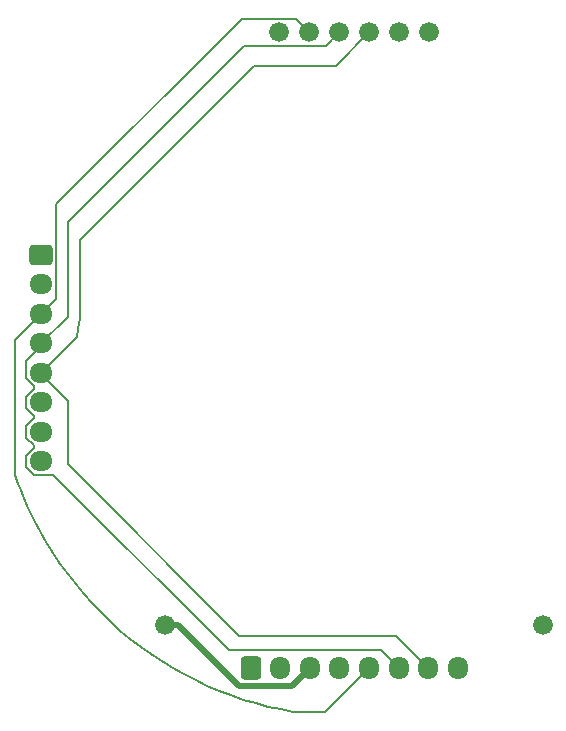
<source format=gbr>
%TF.GenerationSoftware,KiCad,Pcbnew,8.0.8*%
%TF.CreationDate,2025-03-04T17:09:11-05:00*%
%TF.ProjectId,board_C,626f6172-645f-4432-9e6b-696361645f70,rev?*%
%TF.SameCoordinates,Original*%
%TF.FileFunction,Copper,L1,Top*%
%TF.FilePolarity,Positive*%
%FSLAX46Y46*%
G04 Gerber Fmt 4.6, Leading zero omitted, Abs format (unit mm)*
G04 Created by KiCad (PCBNEW 8.0.8) date 2025-03-04 17:09:11*
%MOMM*%
%LPD*%
G01*
G04 APERTURE LIST*
G04 Aperture macros list*
%AMRoundRect*
0 Rectangle with rounded corners*
0 $1 Rounding radius*
0 $2 $3 $4 $5 $6 $7 $8 $9 X,Y pos of 4 corners*
0 Add a 4 corners polygon primitive as box body*
4,1,4,$2,$3,$4,$5,$6,$7,$8,$9,$2,$3,0*
0 Add four circle primitives for the rounded corners*
1,1,$1+$1,$2,$3*
1,1,$1+$1,$4,$5*
1,1,$1+$1,$6,$7*
1,1,$1+$1,$8,$9*
0 Add four rect primitives between the rounded corners*
20,1,$1+$1,$2,$3,$4,$5,0*
20,1,$1+$1,$4,$5,$6,$7,0*
20,1,$1+$1,$6,$7,$8,$9,0*
20,1,$1+$1,$8,$9,$2,$3,0*%
G04 Aperture macros list end*
%TA.AperFunction,ComponentPad*%
%ADD10RoundRect,0.250000X-0.725000X0.600000X-0.725000X-0.600000X0.725000X-0.600000X0.725000X0.600000X0*%
%TD*%
%TA.AperFunction,ComponentPad*%
%ADD11O,1.950000X1.700000*%
%TD*%
%TA.AperFunction,ComponentPad*%
%ADD12C,1.676400*%
%TD*%
%TA.AperFunction,ComponentPad*%
%ADD13RoundRect,0.250000X-0.600000X-0.725000X0.600000X-0.725000X0.600000X0.725000X-0.600000X0.725000X0*%
%TD*%
%TA.AperFunction,ComponentPad*%
%ADD14O,1.700000X1.950000*%
%TD*%
%TA.AperFunction,Conductor*%
%ADD15C,0.500000*%
%TD*%
%TA.AperFunction,Conductor*%
%ADD16C,0.200000*%
%TD*%
G04 APERTURE END LIST*
D10*
%TO.P,J7,1,Pin_1*%
%TO.N,unconnected-(J7-Pin_1-Pad1)*%
X121995259Y-42247629D03*
D11*
%TO.P,J7,2,Pin_2*%
%TO.N,/RightSpeakerAndMic/3V3_SPK*%
X121995259Y-44747629D03*
%TO.P,J7,3,Pin_3*%
%TO.N,/RightSpeakerAndMic/LRCLK*%
X121995259Y-47247629D03*
%TO.P,J7,4,Pin_4*%
%TO.N,/RightSpeakerAndMic/DOUT*%
X121995259Y-49747629D03*
%TO.P,J7,5,Pin_5*%
%TO.N,/RightSpeakerAndMic/BCLK*%
X121995259Y-52247629D03*
%TO.P,J7,6,Pin_6*%
%TO.N,/RightSpeakerAndMic/GND_SPK*%
X121995259Y-54747629D03*
%TO.P,J7,7,Pin_7*%
%TO.N,/RightSpeakerAndMic/3V3_SPK*%
X121995259Y-57247629D03*
%TO.P,J7,8,Pin_8*%
%TO.N,unconnected-(J7-Pin_8-Pad8)*%
X121995259Y-59747629D03*
%TD*%
D12*
%TO.P,U8,1,SEL*%
%TO.N,/RightSpeakerAndMic/GND_SPK*%
X142155328Y-23415908D03*
%TO.P,U8,2,LRCLK*%
%TO.N,/RightSpeakerAndMic/LRCLK*%
X144695328Y-23415908D03*
%TO.P,U8,3,DOUT*%
%TO.N,/RightSpeakerAndMic/DOUT*%
X147235328Y-23415908D03*
%TO.P,U8,4,BCLK*%
%TO.N,/RightSpeakerAndMic/BCLK*%
X149775328Y-23415908D03*
%TO.P,U8,5,GND*%
%TO.N,/RightSpeakerAndMic/GND_SPK*%
X152315328Y-23415908D03*
%TO.P,U8,6,3V*%
%TO.N,/RightSpeakerAndMic/3V3_SPK*%
X154855328Y-23415908D03*
%TD*%
D13*
%TO.P,J5,1,Pin_1*%
%TO.N,/RightSpeakerAndMic/3V3_SPK*%
X139745259Y-77247629D03*
D14*
%TO.P,J5,2,Pin_2*%
%TO.N,/RightSpeakerAndMic/GND_SPK*%
X142245259Y-77247629D03*
%TO.P,J5,3,Pin_3*%
%TO.N,/RightSpeakerAndMic/Spk-*%
X144745259Y-77247629D03*
%TO.P,J5,4,Pin_4*%
%TO.N,/RightSpeakerAndMic/Spk+*%
X147245259Y-77247629D03*
%TO.P,J5,5,Pin_5*%
%TO.N,/RightSpeakerAndMic/LRCLK*%
X149745259Y-77247629D03*
%TO.P,J5,6,Pin_6*%
%TO.N,/RightSpeakerAndMic/DOUT*%
X152245259Y-77247629D03*
%TO.P,J5,7,Pin_7*%
%TO.N,/RightSpeakerAndMic/BCLK*%
X154745259Y-77247629D03*
%TO.P,J5,8,Pin_8*%
%TO.N,/RightSpeakerAndMic/GND_SPK*%
X157245259Y-77247629D03*
%TD*%
D12*
%TO.P,LS1,1,1*%
%TO.N,/RightSpeakerAndMic/Spk-*%
X132495259Y-73597629D03*
%TO.P,LS1,2,2*%
%TO.N,/RightSpeakerAndMic/Spk+*%
X164495259Y-73597629D03*
%TD*%
D15*
%TO.N,/RightSpeakerAndMic/Spk-*%
X143245259Y-78747629D02*
X144745259Y-77247629D01*
X138745259Y-78747629D02*
X143245259Y-78747629D01*
X132495259Y-73597629D02*
X133595259Y-73597629D01*
X133595259Y-73597629D02*
X138745259Y-78747629D01*
D16*
%TO.N,/RightSpeakerAndMic/LRCLK*%
X119745259Y-49497629D02*
X121995259Y-47247629D01*
X143619682Y-80997629D02*
X143336283Y-80954046D01*
X143336283Y-80954046D02*
X142264255Y-80749546D01*
X122977121Y-67515092D02*
X122400642Y-66588424D01*
X133139315Y-77231136D02*
X132207516Y-76663002D01*
X124227928Y-69303328D02*
X123586478Y-68420447D01*
X131296716Y-76061788D02*
X130408106Y-75428282D01*
X122400642Y-66588424D02*
X121857814Y-65641687D01*
X120437898Y-62693202D02*
X120245259Y-62206652D01*
X128701904Y-74067632D02*
X127886547Y-73342269D01*
X123586478Y-68420447D02*
X122977121Y-67515092D01*
X141200326Y-80506711D02*
X140145750Y-80225829D01*
X132207516Y-76663002D02*
X131296716Y-76061788D01*
X121857814Y-65641687D02*
X121349317Y-64676071D01*
X120245259Y-62206652D02*
X120036150Y-61678504D01*
X120875811Y-63692825D02*
X120437898Y-62693202D01*
X125603836Y-70997247D02*
X124900700Y-70162669D01*
X129542785Y-74763270D02*
X128701904Y-74067632D01*
X135061049Y-78265265D02*
X134090877Y-77765440D01*
X120036150Y-61678504D02*
X119745259Y-60859001D01*
X144695328Y-23415908D02*
X144663538Y-23415908D01*
X137551612Y-79351481D02*
X137051996Y-79158838D01*
X123270259Y-45972629D02*
X121995259Y-47247629D01*
X143525338Y-22277708D02*
X138965180Y-22277708D01*
X123270259Y-37972629D02*
X123270259Y-45972629D01*
X124900700Y-70162669D02*
X124227928Y-69303328D01*
X144663538Y-23415908D02*
X143525338Y-22277708D01*
X138070256Y-79551461D02*
X137551612Y-79351481D01*
X119745259Y-60859001D02*
X119745259Y-49497629D01*
X127886547Y-73342269D02*
X127097735Y-72588088D01*
X126336506Y-71806078D02*
X125603836Y-70997247D01*
X145995259Y-80997629D02*
X143619682Y-80997629D01*
X130408106Y-75428282D02*
X129542785Y-74763270D01*
X140145750Y-80225829D02*
X139101925Y-79907268D01*
X121349317Y-64676071D02*
X120875811Y-63692825D01*
X127097735Y-72588088D02*
X126336506Y-71806078D01*
X149745259Y-77247629D02*
X145995259Y-80997629D01*
X137051996Y-79158838D02*
X136048487Y-78729918D01*
X136048487Y-78729918D02*
X135061049Y-78265265D01*
X139101925Y-79907268D02*
X138070256Y-79551461D01*
X142264255Y-80749546D02*
X141200326Y-80506711D01*
X134090877Y-77765440D02*
X133139315Y-77231136D01*
X138965180Y-22277708D02*
X123270259Y-37972629D01*
%TO.N,/RightSpeakerAndMic/DOUT*%
X120720259Y-60223975D02*
X121393913Y-60897629D01*
X147235328Y-23415908D02*
X146097128Y-24554108D01*
X150745259Y-75747629D02*
X152245259Y-77247629D01*
X121995259Y-49747629D02*
X121995259Y-49997629D01*
X121393913Y-55897629D02*
X121393913Y-56097629D01*
X139188780Y-24554108D02*
X124245259Y-39497629D01*
X146097128Y-24554108D02*
X139188780Y-24554108D01*
X124245259Y-39497629D02*
X124245259Y-47497629D01*
X123020259Y-60897629D02*
X137870259Y-75747629D01*
X121393913Y-56097629D02*
X120720259Y-56771283D01*
X124245259Y-47497629D02*
X121995259Y-49747629D01*
X121393913Y-58597629D02*
X120720259Y-59271283D01*
X121393913Y-58397629D02*
X121393913Y-58597629D01*
X120720259Y-52723975D02*
X121393913Y-53397629D01*
X120720259Y-57723975D02*
X121393913Y-58397629D01*
X121393913Y-60897629D02*
X123020259Y-60897629D01*
X120720259Y-54271283D02*
X120720259Y-55223975D01*
X121995259Y-49997629D02*
X120720259Y-51272629D01*
X120720259Y-59271283D02*
X120720259Y-60223975D01*
X121393913Y-53597629D02*
X120720259Y-54271283D01*
X120720259Y-55223975D02*
X121393913Y-55897629D01*
X120720259Y-56771283D02*
X120720259Y-57723975D01*
X121393913Y-53397629D02*
X121393913Y-53597629D01*
X137870259Y-75747629D02*
X150745259Y-75747629D01*
X120720259Y-51272629D02*
X120720259Y-52723975D01*
%TO.N,/RightSpeakerAndMic/BCLK*%
X124245259Y-54622629D02*
X124245259Y-59990636D01*
X125245259Y-47531266D02*
X125239800Y-47563542D01*
X125116392Y-48540418D02*
X125062666Y-49180222D01*
X139995259Y-26247629D02*
X125245259Y-40997629D01*
X138759896Y-74505273D02*
X152002903Y-74505273D01*
X149775328Y-23415908D02*
X146943607Y-26247629D01*
X125239800Y-47563542D02*
X125116392Y-48540418D01*
X121995259Y-52372629D02*
X124245259Y-54622629D01*
X121995259Y-52247629D02*
X121995259Y-52372629D01*
X152002903Y-74505273D02*
X154745259Y-77247629D01*
X124245259Y-59990636D02*
X138759896Y-74505273D01*
X125062666Y-49180222D02*
X121995259Y-52247629D01*
X146943607Y-26247629D02*
X139995259Y-26247629D01*
X125245259Y-40997629D02*
X125245259Y-47531266D01*
%TD*%
M02*

</source>
